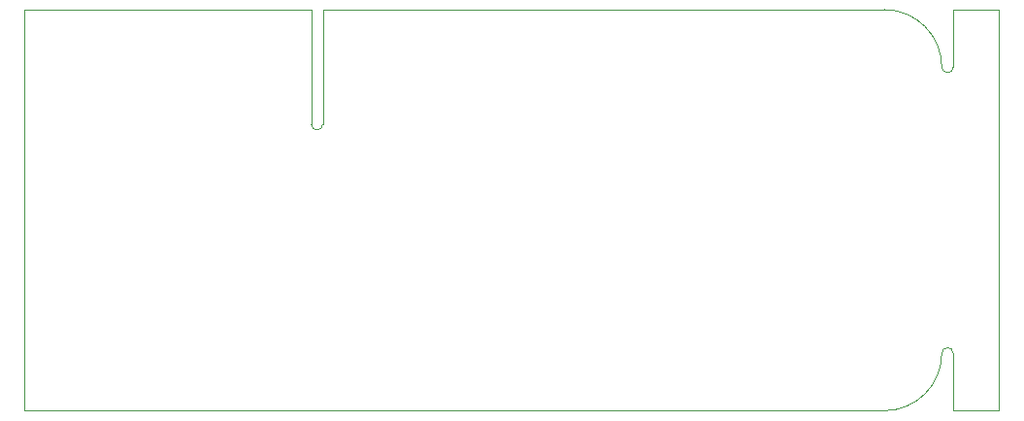
<source format=gbr>
%TF.GenerationSoftware,KiCad,Pcbnew,9.0.1-1.fc42*%
%TF.CreationDate,2025-04-25T16:42:35-04:00*%
%TF.ProjectId,IGBT_DRVR_CM400HA-24H,49474254-5f44-4525-9652-5f434d343030,rev?*%
%TF.SameCoordinates,Original*%
%TF.FileFunction,Profile,NP*%
%FSLAX46Y46*%
G04 Gerber Fmt 4.6, Leading zero omitted, Abs format (unit mm)*
G04 Created by KiCad (PCBNEW 9.0.1-1.fc42) date 2025-04-25 16:42:35*
%MOMM*%
%LPD*%
G01*
G04 APERTURE LIST*
%TA.AperFunction,Profile*%
%ADD10C,0.050000*%
%TD*%
G04 APERTURE END LIST*
D10*
X176000000Y-75000000D02*
X176000000Y-80000000D01*
X180000000Y-75000000D02*
X176000000Y-75000000D01*
X180000000Y-110000000D02*
X180000000Y-75000000D01*
X176000000Y-110000000D02*
X180000000Y-110000000D01*
X176000000Y-105000000D02*
X176000000Y-110000000D01*
X175000000Y-105000000D02*
G75*
G02*
X176000000Y-105000000I500000J0D01*
G01*
X176000000Y-80000000D02*
G75*
G02*
X175000000Y-80000000I-500000J0D01*
G01*
X175000000Y-105000000D02*
G75*
G02*
X170000000Y-110000000I-5000000J0D01*
G01*
X121000000Y-85000000D02*
X121000000Y-75000000D01*
X95000000Y-75000000D02*
X120000000Y-75000000D01*
X120000000Y-75000000D02*
X120000000Y-85000000D01*
X95000000Y-75000000D02*
X95000000Y-110000000D01*
X121000000Y-85000000D02*
G75*
G02*
X120000000Y-85000000I-500000J0D01*
G01*
X170000000Y-110000000D02*
X95000000Y-110000000D01*
X170000000Y-75000000D02*
X121000000Y-75000000D01*
X170000000Y-75000000D02*
G75*
G02*
X175000000Y-80000000I0J-5000000D01*
G01*
M02*

</source>
